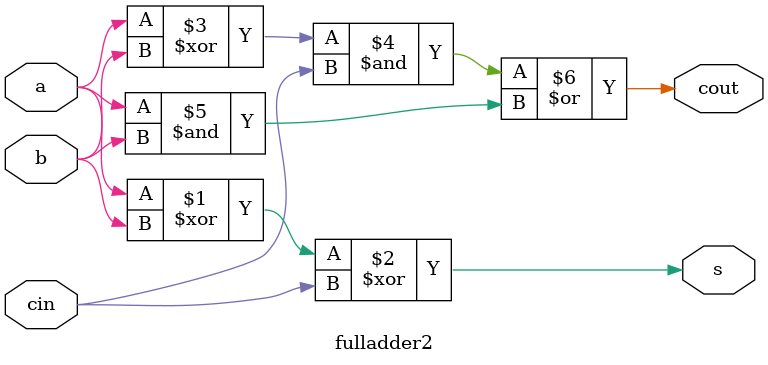
<source format=sv>
`timescale 1ns / 1ps


module fulladder2(input logic a, b, cin,
output logic s, cout);

 assign s=a^b^cin;
 assign cout= (a^b)&cin|a&b;
endmodule


</source>
